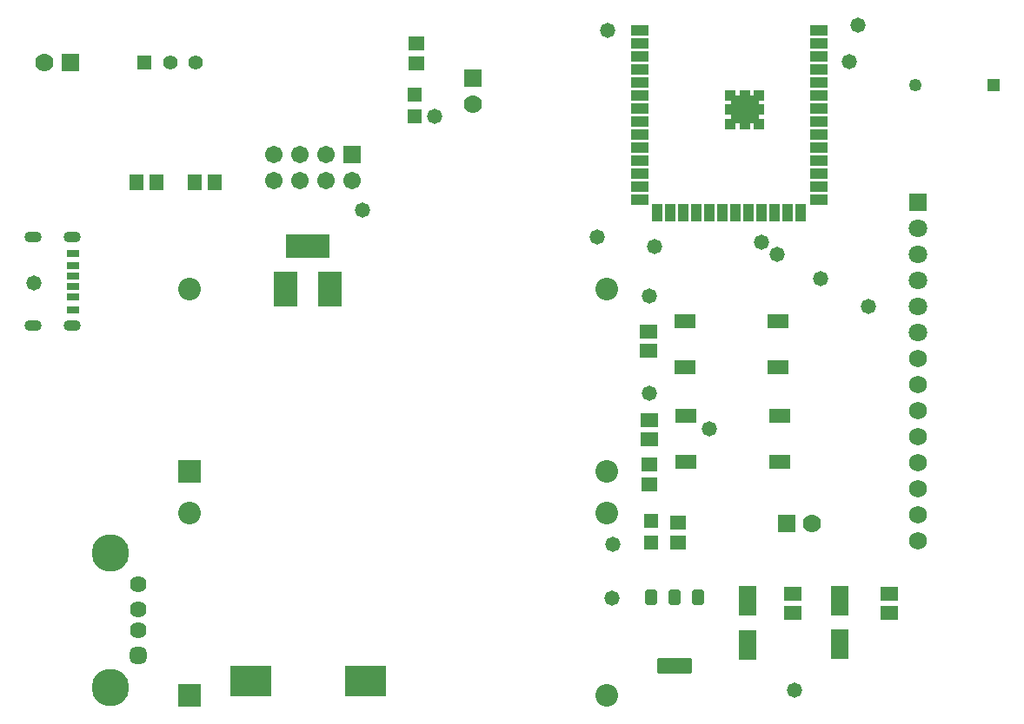
<source format=gbr>
G04*
G04 #@! TF.GenerationSoftware,Altium Limited,Altium Designer,24.1.2 (44)*
G04*
G04 Layer_Color=16711935*
%FSLAX44Y44*%
%MOMM*%
G71*
G04*
G04 #@! TF.SameCoordinates,98FF00E1-DB16-4AB4-99D8-1D2B7C447DA4*
G04*
G04*
G04 #@! TF.FilePolarity,Negative*
G04*
G01*
G75*
%ADD13R,2.7432X2.7432*%
%ADD14C,1.7112*%
%ADD15R,1.7112X1.7112*%
%ADD16C,1.7782*%
%ADD17R,1.7782X1.7782*%
%ADD18C,1.2500*%
%ADD19R,1.2500X1.2500*%
%ADD20C,1.4000*%
%ADD21R,1.4000X1.4000*%
G04:AMPARAMS|DCode=22|XSize=1.1mm|YSize=1.7mm|CornerRadius=0.55mm|HoleSize=0mm|Usage=FLASHONLY|Rotation=90.000|XOffset=0mm|YOffset=0mm|HoleType=Round|Shape=RoundedRectangle|*
%AMROUNDEDRECTD22*
21,1,1.1000,0.6000,0,0,90.0*
21,1,0.0000,1.7000,0,0,90.0*
1,1,1.1000,0.3000,0.0000*
1,1,1.1000,0.3000,0.0000*
1,1,1.1000,-0.3000,0.0000*
1,1,1.1000,-0.3000,0.0000*
%
%ADD22ROUNDEDRECTD22*%
%ADD23C,1.7272*%
%ADD24R,1.8082X1.8082*%
%ADD25C,1.8082*%
%ADD26C,2.2032*%
%ADD27R,2.2032X2.2032*%
%ADD28C,1.6232*%
G04:AMPARAMS|DCode=29|XSize=1.6232mm|YSize=1.6232mm|CornerRadius=0.4566mm|HoleSize=0mm|Usage=FLASHONLY|Rotation=90.000|XOffset=0mm|YOffset=0mm|HoleType=Round|Shape=RoundedRectangle|*
%AMROUNDEDRECTD29*
21,1,1.6232,0.7100,0,0,90.0*
21,1,0.7100,1.6232,0,0,90.0*
1,1,0.9132,0.3550,0.3550*
1,1,0.9132,0.3550,-0.3550*
1,1,0.9132,-0.3550,-0.3550*
1,1,0.9132,-0.3550,0.3550*
%
%ADD29ROUNDEDRECTD29*%
%ADD30C,3.6532*%
%ADD31R,1.7782X1.7782*%
%ADD32C,1.4732*%
%ADD60R,1.5562X1.3549*%
%ADD61R,1.2000X0.7000*%
%ADD62R,1.2000X0.7600*%
%ADD63R,1.2000X0.8000*%
%ADD64R,2.1000X1.4000*%
%ADD68R,1.3549X1.5562*%
%ADD72R,1.1032X1.1032*%
%ADD73R,1.1032X1.7032*%
%ADD74R,1.7032X1.1032*%
G04:AMPARAMS|DCode=75|XSize=1.5132mm|YSize=3.4432mm|CornerRadius=0.1999mm|HoleSize=0mm|Usage=FLASHONLY|Rotation=270.000|XOffset=0mm|YOffset=0mm|HoleType=Round|Shape=RoundedRectangle|*
%AMROUNDEDRECTD75*
21,1,1.5132,3.0435,0,0,270.0*
21,1,1.1135,3.4432,0,0,270.0*
1,1,0.3997,-1.5218,-0.5568*
1,1,0.3997,-1.5218,0.5568*
1,1,0.3997,1.5218,0.5568*
1,1,0.3997,1.5218,-0.5568*
%
%ADD75ROUNDEDRECTD75*%
G04:AMPARAMS|DCode=76|XSize=1.5132mm|YSize=1.1332mm|CornerRadius=0.1714mm|HoleSize=0mm|Usage=FLASHONLY|Rotation=270.000|XOffset=0mm|YOffset=0mm|HoleType=Round|Shape=RoundedRectangle|*
%AMROUNDEDRECTD76*
21,1,1.5132,0.7905,0,0,270.0*
21,1,1.1705,1.1332,0,0,270.0*
1,1,0.3427,-0.3953,-0.5853*
1,1,0.3427,-0.3953,0.5853*
1,1,0.3427,0.3953,0.5853*
1,1,0.3427,0.3953,-0.5853*
%
%ADD76ROUNDEDRECTD76*%
%ADD77R,1.4032X1.4032*%
%ADD78R,1.6732X1.3932*%
%ADD79R,1.8032X3.0032*%
G36*
X-239080Y-317260D02*
X-279080D01*
Y-287260D01*
X-239080D01*
Y-317260D01*
D02*
G37*
G36*
X-127320D02*
X-167320D01*
Y-287260D01*
X-127320D01*
Y-317260D01*
D02*
G37*
G36*
X-213520Y62992D02*
X-236060D01*
Y97028D01*
X-213520D01*
Y62992D01*
D02*
G37*
G36*
X-170340D02*
X-192880D01*
Y97028D01*
X-170340D01*
Y62992D01*
D02*
G37*
G36*
X-181991Y110650D02*
X-224409D01*
Y133190D01*
X-181991D01*
Y110650D01*
D02*
G37*
D13*
X222460Y255740D02*
D03*
D14*
X-160020Y185640D02*
D03*
X-185420D02*
D03*
Y211040D02*
D03*
X-210820Y185640D02*
D03*
Y211040D02*
D03*
X-236220Y185640D02*
D03*
Y211040D02*
D03*
D15*
X-160020D02*
D03*
D16*
X288090Y-148760D02*
D03*
X-42080Y260550D02*
D03*
X-459540Y301160D02*
D03*
D17*
X263090Y-148760D02*
D03*
X-434540Y301160D02*
D03*
D18*
X388620Y279400D02*
D03*
D19*
X464620D02*
D03*
D20*
X-312420Y300990D02*
D03*
X-337420D02*
D03*
D21*
X-362420D02*
D03*
D22*
X-470780Y130830D02*
D03*
Y44430D02*
D03*
X-432780Y130830D02*
D03*
Y44430D02*
D03*
D23*
X391160Y-165100D02*
D03*
Y-139700D02*
D03*
Y-114300D02*
D03*
Y-88900D02*
D03*
Y-63500D02*
D03*
Y-38100D02*
D03*
Y-12700D02*
D03*
Y12700D02*
D03*
D24*
Y165100D02*
D03*
D25*
Y139700D02*
D03*
Y114300D02*
D03*
Y88900D02*
D03*
Y63500D02*
D03*
Y38100D02*
D03*
D26*
X87630Y-138430D02*
D03*
Y-316230D02*
D03*
X-318770Y-138430D02*
D03*
Y80010D02*
D03*
X87630Y-97790D02*
D03*
Y80010D02*
D03*
D27*
X-318770Y-316230D02*
D03*
Y-97790D02*
D03*
D28*
X-368090Y-232570D02*
D03*
Y-252570D02*
D03*
Y-207570D02*
D03*
D29*
Y-277570D02*
D03*
D30*
X-395190Y-308270D02*
D03*
Y-176870D02*
D03*
D31*
X-42080Y285550D02*
D03*
D32*
X270510Y-311150D02*
D03*
X323850Y302260D02*
D03*
X129540Y-21800D02*
D03*
X-469900Y86360D02*
D03*
X129540Y73660D02*
D03*
X93980Y-168910D02*
D03*
X92710Y-220980D02*
D03*
X332740Y337820D02*
D03*
X88900Y332740D02*
D03*
X-80010Y248920D02*
D03*
X-149860Y157480D02*
D03*
X78740Y130810D02*
D03*
X134620Y121920D02*
D03*
X187960Y-55880D02*
D03*
X254000Y114300D02*
D03*
X238760Y125730D02*
D03*
X295910Y90170D02*
D03*
X342900Y63500D02*
D03*
D60*
X-97790Y319636D02*
D03*
Y300124D02*
D03*
X129540Y-90574D02*
D03*
Y-110086D02*
D03*
X157480Y-167236D02*
D03*
Y-147724D02*
D03*
D61*
X-431980Y92630D02*
D03*
Y82630D02*
D03*
D62*
Y102830D02*
D03*
Y72430D02*
D03*
D63*
Y115130D02*
D03*
Y60130D02*
D03*
D64*
X164050Y4170D02*
D03*
X255050D02*
D03*
X164050Y49170D02*
D03*
X255050D02*
D03*
X165320Y-88540D02*
D03*
X256320D02*
D03*
X165320Y-43540D02*
D03*
X256320D02*
D03*
D68*
X-313286Y184150D02*
D03*
X-293773D02*
D03*
X-350924D02*
D03*
X-370437D02*
D03*
D72*
X222220Y255270D02*
D03*
Y269270D02*
D03*
X236220D02*
D03*
X208220D02*
D03*
Y241270D02*
D03*
X222220D02*
D03*
X236220D02*
D03*
X208220Y255270D02*
D03*
X236220D02*
D03*
D73*
X137370Y154870D02*
D03*
X150070D02*
D03*
X162770D02*
D03*
X175470D02*
D03*
X188170D02*
D03*
X200870D02*
D03*
X213570D02*
D03*
X226270D02*
D03*
X238970D02*
D03*
X251670D02*
D03*
X264370D02*
D03*
X277070D02*
D03*
D74*
X119720Y332470D02*
D03*
Y319770D02*
D03*
Y307070D02*
D03*
Y294370D02*
D03*
Y281670D02*
D03*
Y268970D02*
D03*
Y256270D02*
D03*
Y243570D02*
D03*
Y230870D02*
D03*
Y218170D02*
D03*
Y205470D02*
D03*
Y192770D02*
D03*
Y180070D02*
D03*
Y167370D02*
D03*
X294720D02*
D03*
Y180070D02*
D03*
Y192770D02*
D03*
Y205470D02*
D03*
Y218170D02*
D03*
Y230870D02*
D03*
Y243570D02*
D03*
Y256270D02*
D03*
Y268970D02*
D03*
Y281670D02*
D03*
Y294370D02*
D03*
Y307070D02*
D03*
Y319770D02*
D03*
Y332470D02*
D03*
D75*
X153670Y-287450D02*
D03*
D76*
X176570Y-220550D02*
D03*
X153670D02*
D03*
X130770D02*
D03*
D77*
X-99060Y248580D02*
D03*
Y269580D02*
D03*
X130810Y-166710D02*
D03*
Y-145710D02*
D03*
D78*
X363220Y-217170D02*
D03*
Y-235370D02*
D03*
X129540Y-66250D02*
D03*
Y-48050D02*
D03*
X128270Y20110D02*
D03*
Y38310D02*
D03*
X269240Y-217170D02*
D03*
Y-235370D02*
D03*
D79*
X314960Y-266520D02*
D03*
Y-223520D02*
D03*
X224790Y-267000D02*
D03*
Y-224000D02*
D03*
M02*

</source>
